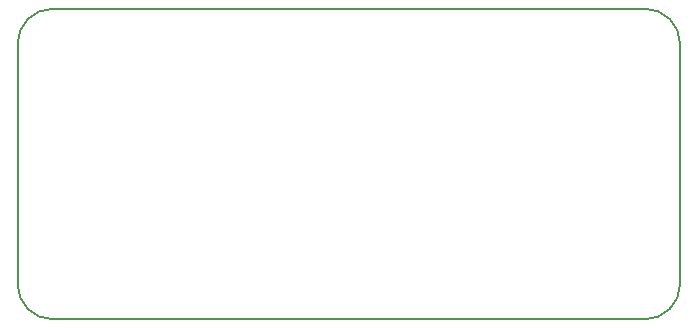
<source format=gm1>
%TF.GenerationSoftware,KiCad,Pcbnew,8.0.5*%
%TF.CreationDate,2024-09-28T17:02:44+08:00*%
%TF.ProjectId,DCDC_power_24V-12V-5V,44434443-5f70-46f7-9765-725f3234562d,rev?*%
%TF.SameCoordinates,Original*%
%TF.FileFunction,Profile,NP*%
%FSLAX46Y46*%
G04 Gerber Fmt 4.6, Leading zero omitted, Abs format (unit mm)*
G04 Created by KiCad (PCBNEW 8.0.5) date 2024-09-28 17:02:44*
%MOMM*%
%LPD*%
G01*
G04 APERTURE LIST*
%TA.AperFunction,Profile*%
%ADD10C,0.150000*%
%TD*%
G04 APERTURE END LIST*
D10*
X119264400Y-103492100D02*
X69164400Y-103492100D01*
X69164400Y-77192100D02*
X119264400Y-77192100D01*
X66164400Y-80192100D02*
G75*
G02*
X69164400Y-77192100I3000000J0D01*
G01*
X66164400Y-100492100D02*
X66164400Y-80192100D01*
X122264400Y-100492100D02*
G75*
G02*
X119264400Y-103492100I-3000000J0D01*
G01*
X122264400Y-80192100D02*
X122264400Y-100492100D01*
X69164400Y-103492100D02*
G75*
G02*
X66164400Y-100492100I0J3000000D01*
G01*
X119264400Y-77192100D02*
G75*
G02*
X122264400Y-80192100I0J-3000000D01*
G01*
M02*

</source>
